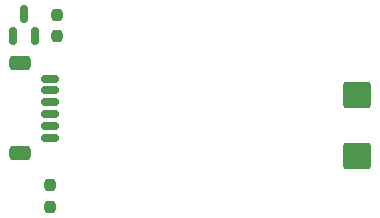
<source format=gbr>
%TF.GenerationSoftware,KiCad,Pcbnew,7.0.5*%
%TF.CreationDate,2023-06-08T00:56:16-04:00*%
%TF.ProjectId,INDICATOR,494e4449-4341-4544-9f52-2e6b69636164,rev?*%
%TF.SameCoordinates,Original*%
%TF.FileFunction,Paste,Top*%
%TF.FilePolarity,Positive*%
%FSLAX46Y46*%
G04 Gerber Fmt 4.6, Leading zero omitted, Abs format (unit mm)*
G04 Created by KiCad (PCBNEW 7.0.5) date 2023-06-08 00:56:16*
%MOMM*%
%LPD*%
G01*
G04 APERTURE LIST*
G04 Aperture macros list*
%AMRoundRect*
0 Rectangle with rounded corners*
0 $1 Rounding radius*
0 $2 $3 $4 $5 $6 $7 $8 $9 X,Y pos of 4 corners*
0 Add a 4 corners polygon primitive as box body*
4,1,4,$2,$3,$4,$5,$6,$7,$8,$9,$2,$3,0*
0 Add four circle primitives for the rounded corners*
1,1,$1+$1,$2,$3*
1,1,$1+$1,$4,$5*
1,1,$1+$1,$6,$7*
1,1,$1+$1,$8,$9*
0 Add four rect primitives between the rounded corners*
20,1,$1+$1,$2,$3,$4,$5,0*
20,1,$1+$1,$4,$5,$6,$7,0*
20,1,$1+$1,$6,$7,$8,$9,0*
20,1,$1+$1,$8,$9,$2,$3,0*%
G04 Aperture macros list end*
%ADD10RoundRect,0.237500X-0.237500X0.250000X-0.237500X-0.250000X0.237500X-0.250000X0.237500X0.250000X0*%
%ADD11RoundRect,0.237500X0.237500X-0.250000X0.237500X0.250000X-0.237500X0.250000X-0.237500X-0.250000X0*%
%ADD12RoundRect,0.150000X0.625000X-0.150000X0.625000X0.150000X-0.625000X0.150000X-0.625000X-0.150000X0*%
%ADD13RoundRect,0.250000X0.650000X-0.350000X0.650000X0.350000X-0.650000X0.350000X-0.650000X-0.350000X0*%
%ADD14RoundRect,0.250000X-0.925000X0.875000X-0.925000X-0.875000X0.925000X-0.875000X0.925000X0.875000X0*%
%ADD15RoundRect,0.150000X0.150000X-0.587500X0.150000X0.587500X-0.150000X0.587500X-0.150000X-0.587500X0*%
G04 APERTURE END LIST*
D10*
%TO.C,R2*%
X139130000Y-92186121D03*
X139130000Y-94011121D03*
%TD*%
D11*
%TO.C,R1*%
X138585000Y-108481121D03*
X138585000Y-106656121D03*
%TD*%
D12*
%TO.C,J6*%
X138585000Y-102598621D03*
X138585000Y-101598621D03*
X138585000Y-100598621D03*
X138585000Y-99598621D03*
X138585000Y-98598621D03*
X138585000Y-97598621D03*
D13*
X136060000Y-103898621D03*
X136060000Y-96298621D03*
%TD*%
D14*
%TO.C,C1*%
X164610000Y-99024610D03*
X164610000Y-104124610D03*
%TD*%
D15*
%TO.C,Q1*%
X135410000Y-93998621D03*
X137310000Y-93998621D03*
X136360000Y-92123621D03*
%TD*%
M02*

</source>
